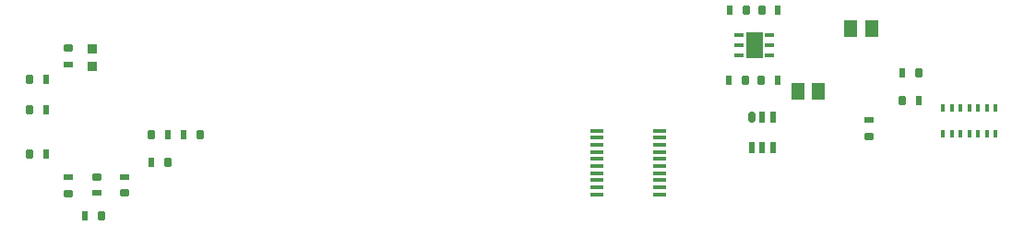
<source format=gbp>
G04*
G04 #@! TF.GenerationSoftware,Altium Limited,Altium Designer,21.0.9 (235)*
G04*
G04 Layer_Color=128*
%FSLAX44Y44*%
%MOMM*%
G71*
G04*
G04 #@! TF.SameCoordinates,35DE941F-9A8C-42F3-B98C-DFFE3D48772F*
G04*
G04*
G04 #@! TF.FilePolarity,Positive*
G04*
G01*
G75*
%ADD16R,1.3000X1.5000*%
%ADD22R,0.9000X0.6000*%
G04:AMPARAMS|DCode=23|XSize=0.6mm|YSize=0.9mm|CornerRadius=0.15mm|HoleSize=0mm|Usage=FLASHONLY|Rotation=270.000|XOffset=0mm|YOffset=0mm|HoleType=Round|Shape=RoundedRectangle|*
%AMROUNDEDRECTD23*
21,1,0.6000,0.6000,0,0,270.0*
21,1,0.3000,0.9000,0,0,270.0*
1,1,0.3000,-0.3000,-0.1500*
1,1,0.3000,-0.3000,0.1500*
1,1,0.3000,0.3000,0.1500*
1,1,0.3000,0.3000,-0.1500*
%
%ADD23ROUNDEDRECTD23*%
%ADD24R,0.6000X0.9000*%
G04:AMPARAMS|DCode=25|XSize=0.6mm|YSize=0.9mm|CornerRadius=0.15mm|HoleSize=0mm|Usage=FLASHONLY|Rotation=0.000|XOffset=0mm|YOffset=0mm|HoleType=Round|Shape=RoundedRectangle|*
%AMROUNDEDRECTD25*
21,1,0.6000,0.6000,0,0,0.0*
21,1,0.3000,0.9000,0,0,0.0*
1,1,0.3000,0.1500,-0.3000*
1,1,0.3000,-0.1500,-0.3000*
1,1,0.3000,-0.1500,0.3000*
1,1,0.3000,0.1500,0.3000*
%
%ADD25ROUNDEDRECTD25*%
G04:AMPARAMS|DCode=109|XSize=0.4mm|YSize=1.2mm|CornerRadius=0.05mm|HoleSize=0mm|Usage=FLASHONLY|Rotation=90.000|XOffset=0mm|YOffset=0mm|HoleType=Round|Shape=RoundedRectangle|*
%AMROUNDEDRECTD109*
21,1,0.4000,1.1000,0,0,90.0*
21,1,0.3000,1.2000,0,0,90.0*
1,1,0.1000,0.5500,0.1500*
1,1,0.1000,0.5500,-0.1500*
1,1,0.1000,-0.5500,-0.1500*
1,1,0.1000,-0.5500,0.1500*
%
%ADD109ROUNDEDRECTD109*%
G04:AMPARAMS|DCode=110|XSize=0.6mm|YSize=1mm|CornerRadius=0.15mm|HoleSize=0mm|Usage=FLASHONLY|Rotation=180.000|XOffset=0mm|YOffset=0mm|HoleType=Round|Shape=RoundedRectangle|*
%AMROUNDEDRECTD110*
21,1,0.6000,0.7000,0,0,180.0*
21,1,0.3000,1.0000,0,0,180.0*
1,1,0.3000,-0.1500,0.3500*
1,1,0.3000,0.1500,0.3500*
1,1,0.3000,0.1500,-0.3500*
1,1,0.3000,-0.1500,-0.3500*
%
%ADD110ROUNDEDRECTD110*%
%ADD111R,0.6000X1.0000*%
G04:AMPARAMS|DCode=112|XSize=0.4mm|YSize=0.9mm|CornerRadius=0.1mm|HoleSize=0mm|Usage=FLASHONLY|Rotation=270.000|XOffset=0mm|YOffset=0mm|HoleType=Round|Shape=RoundedRectangle|*
%AMROUNDEDRECTD112*
21,1,0.4000,0.7000,0,0,270.0*
21,1,0.2000,0.9000,0,0,270.0*
1,1,0.2000,-0.3500,-0.1000*
1,1,0.2000,-0.3500,0.1000*
1,1,0.2000,0.3500,0.1000*
1,1,0.2000,0.3500,-0.1000*
%
%ADD112ROUNDEDRECTD112*%
%ADD113R,0.9000X0.4000*%
%ADD114R,1.4900X2.3700*%
%ADD115R,0.3500X0.7500*%
G04:AMPARAMS|DCode=116|XSize=0.75mm|YSize=0.35mm|CornerRadius=0.0875mm|HoleSize=0mm|Usage=FLASHONLY|Rotation=90.000|XOffset=0mm|YOffset=0mm|HoleType=Round|Shape=RoundedRectangle|*
%AMROUNDEDRECTD116*
21,1,0.7500,0.1750,0,0,90.0*
21,1,0.5750,0.3500,0,0,90.0*
1,1,0.1750,0.0875,0.2875*
1,1,0.1750,0.0875,-0.2875*
1,1,0.1750,-0.0875,-0.2875*
1,1,0.1750,-0.0875,0.2875*
%
%ADD116ROUNDEDRECTD116*%
%ADD117R,0.9400X0.8900*%
D16*
X1331270Y709526D02*
D03*
X1350270D02*
D03*
X1301500Y652000D02*
D03*
X1282500D02*
D03*
D22*
X613000Y676293D02*
D03*
Y573000D02*
D03*
X639000Y558500D02*
D03*
X664542Y573500D02*
D03*
X1348000Y625500D02*
D03*
D23*
X613000Y691292D02*
D03*
Y558000D02*
D03*
X639000Y573500D02*
D03*
X664542Y558500D02*
D03*
X1348000Y610500D02*
D03*
D24*
X1378500Y669000D02*
D03*
X1393500Y643000D02*
D03*
X1264043Y661707D02*
D03*
X1219500Y661708D02*
D03*
X1264500Y726292D02*
D03*
X1219957D02*
D03*
X628500Y537957D02*
D03*
X592500Y635000D02*
D03*
X592500Y594000D02*
D03*
X719043Y612000D02*
D03*
X704500D02*
D03*
X689500Y586457D02*
D03*
X592500Y663000D02*
D03*
D25*
X1393500Y669000D02*
D03*
X1378500Y643000D02*
D03*
X1249043Y661707D02*
D03*
X1234500Y661708D02*
D03*
X1249500Y726292D02*
D03*
X1234957D02*
D03*
X643500Y537957D02*
D03*
X577500Y635000D02*
D03*
X577500Y594000D02*
D03*
X734043Y612000D02*
D03*
X689500D02*
D03*
X704500Y586457D02*
D03*
X577500Y663000D02*
D03*
D109*
X1155500Y615793D02*
D03*
X1155500Y609292D02*
D03*
X1155500Y602793D02*
D03*
X1155500Y596292D02*
D03*
Y589793D02*
D03*
Y583293D02*
D03*
Y576792D02*
D03*
X1155500Y570293D02*
D03*
X1155500Y563792D02*
D03*
X1155500Y557293D02*
D03*
X1098500Y615793D02*
D03*
X1098500Y609292D02*
D03*
X1098500Y602793D02*
D03*
X1098500Y596292D02*
D03*
Y589793D02*
D03*
Y583293D02*
D03*
Y576792D02*
D03*
X1098500Y570293D02*
D03*
X1098500Y563792D02*
D03*
X1098500Y557293D02*
D03*
D110*
X1240500Y627750D02*
D03*
D111*
X1250000Y627750D02*
D03*
X1259500Y627750D02*
D03*
Y600250D02*
D03*
X1250000D02*
D03*
X1240500D02*
D03*
D112*
X1228700Y684500D02*
D03*
D113*
Y694000D02*
D03*
Y703500D02*
D03*
X1256600Y684500D02*
D03*
X1256600Y694000D02*
D03*
X1256600Y703500D02*
D03*
D114*
X1242650Y694000D02*
D03*
D115*
X1464000Y637000D02*
D03*
X1456000Y637000D02*
D03*
X1448000D02*
D03*
X1440000Y637000D02*
D03*
X1432000D02*
D03*
X1424000D02*
D03*
X1416000D02*
D03*
Y613000D02*
D03*
X1424000Y613000D02*
D03*
X1432000Y613000D02*
D03*
X1440000D02*
D03*
X1448000D02*
D03*
X1456000Y613000D02*
D03*
D116*
X1464000Y613000D02*
D03*
D117*
X634793Y675150D02*
D03*
Y690850D02*
D03*
M02*

</source>
